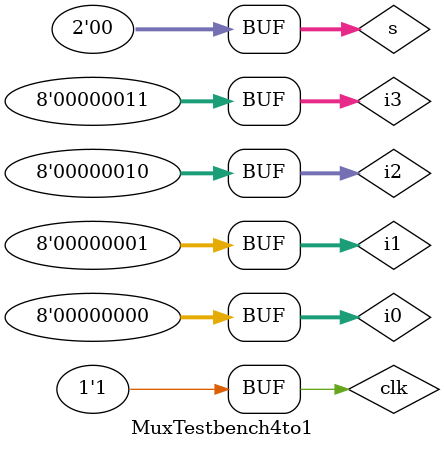
<source format=v>
module MuxTestbench4to1;
parameter N = 8;
wire [N-1:0]out;
reg [N-1:0] i0, i1, i2, i3;
reg [1:0]s;
reg clk;
CaLab3Mux4 mux4(.out(out), .s(s), .i1(i1), .i2(i2), .i3(i3));
 
initial begin
clk = 0;
i0= 8'b00000000;
i1= 8'b00000001;
i2= 8'b00000010;
i3= 8'b00000011;
s = 2'b00;
#5;
clk = 1;
#5;
clk = 0;
s = 2'b01;
#5;
clk = 1;
#5;
clk = 0;
s = 2'b10;
#5;
clk = 1;
#5;
clk = 0;
s = 2'b11;
#5;
clk = 1;
#5;
clk=0;
#5;
s = 2'b00;
clk=1;
#5;
end
endmodule


</source>
